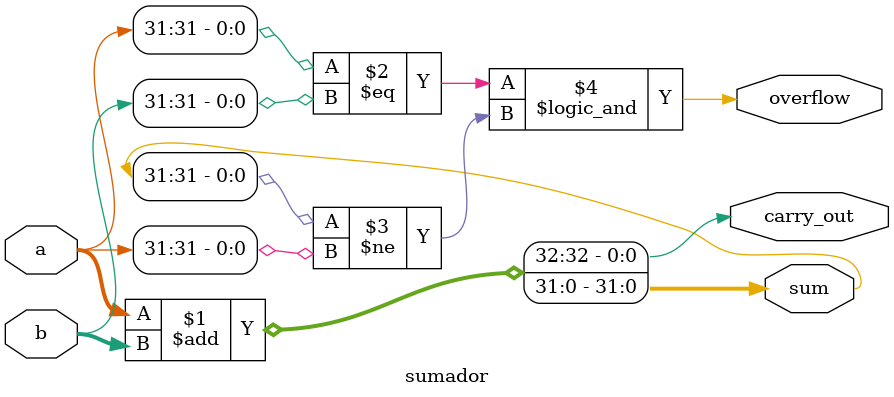
<source format=sv>
`timescale 1ns / 1ps

module sumador #(parameter W = 32)(
    input  logic    [W-1:0] a,
    input  logic    [W-1:0] b,
    output logic    [W-1:0] sum,
    output logic            carry_out,
    output logic            overflow
    );
    assign {carry_out, sum} = a + b;
    assign overflow = (a[W-1] == b[W-1]) && (sum[W-1] != a[W-1]);
endmodule
</source>
